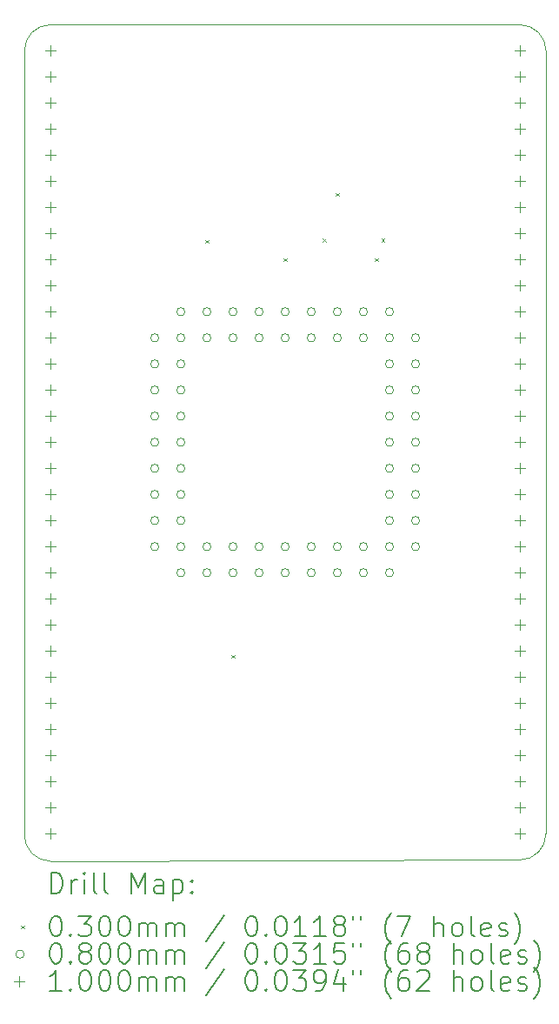
<source format=gbr>
%TF.GenerationSoftware,KiCad,Pcbnew,9.0.1*%
%TF.CreationDate,2025-04-04T22:39:04+02:00*%
%TF.ProjectId,80286,38303238-362e-46b6-9963-61645f706362,rev?*%
%TF.SameCoordinates,Original*%
%TF.FileFunction,Drillmap*%
%TF.FilePolarity,Positive*%
%FSLAX45Y45*%
G04 Gerber Fmt 4.5, Leading zero omitted, Abs format (unit mm)*
G04 Created by KiCad (PCBNEW 9.0.1) date 2025-04-04 22:39:04*
%MOMM*%
%LPD*%
G01*
G04 APERTURE LIST*
%ADD10C,0.050000*%
%ADD11C,0.200000*%
%ADD12C,0.100000*%
G04 APERTURE END LIST*
D10*
X5080000Y-12881700D02*
G75*
G02*
X4826000Y-12627700I0J254000D01*
G01*
X9906000Y-12616000D02*
X9906000Y-4996000D01*
X9652000Y-4742000D02*
G75*
G02*
X9906000Y-4996000I0J-254000D01*
G01*
X5080000Y-4742000D02*
X9652000Y-4742000D01*
X4826000Y-12627700D02*
X4826000Y-4996000D01*
X9906000Y-12616000D02*
G75*
G02*
X9652000Y-12870000I-254000J0D01*
G01*
X9652000Y-12869875D02*
X5080000Y-12881700D01*
X4826000Y-4996000D02*
G75*
G02*
X5080000Y-4742000I254000J0D01*
G01*
D11*
D12*
X6589000Y-6835200D02*
X6619000Y-6865200D01*
X6619000Y-6835200D02*
X6589000Y-6865200D01*
X6843000Y-10873800D02*
X6873000Y-10903800D01*
X6873000Y-10873800D02*
X6843000Y-10903800D01*
X7351000Y-7013000D02*
X7381000Y-7043000D01*
X7381000Y-7013000D02*
X7351000Y-7043000D01*
X7732000Y-6822500D02*
X7762000Y-6852500D01*
X7762000Y-6822500D02*
X7732000Y-6852500D01*
X7859000Y-6378000D02*
X7889000Y-6408000D01*
X7889000Y-6378000D02*
X7859000Y-6408000D01*
X8240000Y-7013000D02*
X8270000Y-7043000D01*
X8270000Y-7013000D02*
X8240000Y-7043000D01*
X8303500Y-6822500D02*
X8333500Y-6852500D01*
X8333500Y-6822500D02*
X8303500Y-6852500D01*
X6136000Y-7790000D02*
G75*
G02*
X6056000Y-7790000I-40000J0D01*
G01*
X6056000Y-7790000D02*
G75*
G02*
X6136000Y-7790000I40000J0D01*
G01*
X6136000Y-8044000D02*
G75*
G02*
X6056000Y-8044000I-40000J0D01*
G01*
X6056000Y-8044000D02*
G75*
G02*
X6136000Y-8044000I40000J0D01*
G01*
X6136000Y-8298000D02*
G75*
G02*
X6056000Y-8298000I-40000J0D01*
G01*
X6056000Y-8298000D02*
G75*
G02*
X6136000Y-8298000I40000J0D01*
G01*
X6136000Y-8552000D02*
G75*
G02*
X6056000Y-8552000I-40000J0D01*
G01*
X6056000Y-8552000D02*
G75*
G02*
X6136000Y-8552000I40000J0D01*
G01*
X6136000Y-8806000D02*
G75*
G02*
X6056000Y-8806000I-40000J0D01*
G01*
X6056000Y-8806000D02*
G75*
G02*
X6136000Y-8806000I40000J0D01*
G01*
X6136000Y-9060000D02*
G75*
G02*
X6056000Y-9060000I-40000J0D01*
G01*
X6056000Y-9060000D02*
G75*
G02*
X6136000Y-9060000I40000J0D01*
G01*
X6136000Y-9314000D02*
G75*
G02*
X6056000Y-9314000I-40000J0D01*
G01*
X6056000Y-9314000D02*
G75*
G02*
X6136000Y-9314000I40000J0D01*
G01*
X6136000Y-9568000D02*
G75*
G02*
X6056000Y-9568000I-40000J0D01*
G01*
X6056000Y-9568000D02*
G75*
G02*
X6136000Y-9568000I40000J0D01*
G01*
X6136000Y-9822000D02*
G75*
G02*
X6056000Y-9822000I-40000J0D01*
G01*
X6056000Y-9822000D02*
G75*
G02*
X6136000Y-9822000I40000J0D01*
G01*
X6390000Y-7536000D02*
G75*
G02*
X6310000Y-7536000I-40000J0D01*
G01*
X6310000Y-7536000D02*
G75*
G02*
X6390000Y-7536000I40000J0D01*
G01*
X6390000Y-7790000D02*
G75*
G02*
X6310000Y-7790000I-40000J0D01*
G01*
X6310000Y-7790000D02*
G75*
G02*
X6390000Y-7790000I40000J0D01*
G01*
X6390000Y-8044000D02*
G75*
G02*
X6310000Y-8044000I-40000J0D01*
G01*
X6310000Y-8044000D02*
G75*
G02*
X6390000Y-8044000I40000J0D01*
G01*
X6390000Y-8298000D02*
G75*
G02*
X6310000Y-8298000I-40000J0D01*
G01*
X6310000Y-8298000D02*
G75*
G02*
X6390000Y-8298000I40000J0D01*
G01*
X6390000Y-8552000D02*
G75*
G02*
X6310000Y-8552000I-40000J0D01*
G01*
X6310000Y-8552000D02*
G75*
G02*
X6390000Y-8552000I40000J0D01*
G01*
X6390000Y-8806000D02*
G75*
G02*
X6310000Y-8806000I-40000J0D01*
G01*
X6310000Y-8806000D02*
G75*
G02*
X6390000Y-8806000I40000J0D01*
G01*
X6390000Y-9060000D02*
G75*
G02*
X6310000Y-9060000I-40000J0D01*
G01*
X6310000Y-9060000D02*
G75*
G02*
X6390000Y-9060000I40000J0D01*
G01*
X6390000Y-9314000D02*
G75*
G02*
X6310000Y-9314000I-40000J0D01*
G01*
X6310000Y-9314000D02*
G75*
G02*
X6390000Y-9314000I40000J0D01*
G01*
X6390000Y-9568000D02*
G75*
G02*
X6310000Y-9568000I-40000J0D01*
G01*
X6310000Y-9568000D02*
G75*
G02*
X6390000Y-9568000I40000J0D01*
G01*
X6390000Y-9822000D02*
G75*
G02*
X6310000Y-9822000I-40000J0D01*
G01*
X6310000Y-9822000D02*
G75*
G02*
X6390000Y-9822000I40000J0D01*
G01*
X6390000Y-10076000D02*
G75*
G02*
X6310000Y-10076000I-40000J0D01*
G01*
X6310000Y-10076000D02*
G75*
G02*
X6390000Y-10076000I40000J0D01*
G01*
X6644000Y-7536000D02*
G75*
G02*
X6564000Y-7536000I-40000J0D01*
G01*
X6564000Y-7536000D02*
G75*
G02*
X6644000Y-7536000I40000J0D01*
G01*
X6644000Y-7790000D02*
G75*
G02*
X6564000Y-7790000I-40000J0D01*
G01*
X6564000Y-7790000D02*
G75*
G02*
X6644000Y-7790000I40000J0D01*
G01*
X6644000Y-9822000D02*
G75*
G02*
X6564000Y-9822000I-40000J0D01*
G01*
X6564000Y-9822000D02*
G75*
G02*
X6644000Y-9822000I40000J0D01*
G01*
X6644000Y-10076000D02*
G75*
G02*
X6564000Y-10076000I-40000J0D01*
G01*
X6564000Y-10076000D02*
G75*
G02*
X6644000Y-10076000I40000J0D01*
G01*
X6898000Y-7536000D02*
G75*
G02*
X6818000Y-7536000I-40000J0D01*
G01*
X6818000Y-7536000D02*
G75*
G02*
X6898000Y-7536000I40000J0D01*
G01*
X6898000Y-7790000D02*
G75*
G02*
X6818000Y-7790000I-40000J0D01*
G01*
X6818000Y-7790000D02*
G75*
G02*
X6898000Y-7790000I40000J0D01*
G01*
X6898000Y-9822000D02*
G75*
G02*
X6818000Y-9822000I-40000J0D01*
G01*
X6818000Y-9822000D02*
G75*
G02*
X6898000Y-9822000I40000J0D01*
G01*
X6898000Y-10076000D02*
G75*
G02*
X6818000Y-10076000I-40000J0D01*
G01*
X6818000Y-10076000D02*
G75*
G02*
X6898000Y-10076000I40000J0D01*
G01*
X7152000Y-7536000D02*
G75*
G02*
X7072000Y-7536000I-40000J0D01*
G01*
X7072000Y-7536000D02*
G75*
G02*
X7152000Y-7536000I40000J0D01*
G01*
X7152000Y-7790000D02*
G75*
G02*
X7072000Y-7790000I-40000J0D01*
G01*
X7072000Y-7790000D02*
G75*
G02*
X7152000Y-7790000I40000J0D01*
G01*
X7152000Y-9822000D02*
G75*
G02*
X7072000Y-9822000I-40000J0D01*
G01*
X7072000Y-9822000D02*
G75*
G02*
X7152000Y-9822000I40000J0D01*
G01*
X7152000Y-10076000D02*
G75*
G02*
X7072000Y-10076000I-40000J0D01*
G01*
X7072000Y-10076000D02*
G75*
G02*
X7152000Y-10076000I40000J0D01*
G01*
X7406000Y-7536000D02*
G75*
G02*
X7326000Y-7536000I-40000J0D01*
G01*
X7326000Y-7536000D02*
G75*
G02*
X7406000Y-7536000I40000J0D01*
G01*
X7406000Y-7790000D02*
G75*
G02*
X7326000Y-7790000I-40000J0D01*
G01*
X7326000Y-7790000D02*
G75*
G02*
X7406000Y-7790000I40000J0D01*
G01*
X7406000Y-9822000D02*
G75*
G02*
X7326000Y-9822000I-40000J0D01*
G01*
X7326000Y-9822000D02*
G75*
G02*
X7406000Y-9822000I40000J0D01*
G01*
X7406000Y-10076000D02*
G75*
G02*
X7326000Y-10076000I-40000J0D01*
G01*
X7326000Y-10076000D02*
G75*
G02*
X7406000Y-10076000I40000J0D01*
G01*
X7660000Y-7536000D02*
G75*
G02*
X7580000Y-7536000I-40000J0D01*
G01*
X7580000Y-7536000D02*
G75*
G02*
X7660000Y-7536000I40000J0D01*
G01*
X7660000Y-7790000D02*
G75*
G02*
X7580000Y-7790000I-40000J0D01*
G01*
X7580000Y-7790000D02*
G75*
G02*
X7660000Y-7790000I40000J0D01*
G01*
X7660000Y-9822000D02*
G75*
G02*
X7580000Y-9822000I-40000J0D01*
G01*
X7580000Y-9822000D02*
G75*
G02*
X7660000Y-9822000I40000J0D01*
G01*
X7660000Y-10076000D02*
G75*
G02*
X7580000Y-10076000I-40000J0D01*
G01*
X7580000Y-10076000D02*
G75*
G02*
X7660000Y-10076000I40000J0D01*
G01*
X7914000Y-7536000D02*
G75*
G02*
X7834000Y-7536000I-40000J0D01*
G01*
X7834000Y-7536000D02*
G75*
G02*
X7914000Y-7536000I40000J0D01*
G01*
X7914000Y-7790000D02*
G75*
G02*
X7834000Y-7790000I-40000J0D01*
G01*
X7834000Y-7790000D02*
G75*
G02*
X7914000Y-7790000I40000J0D01*
G01*
X7914000Y-9822000D02*
G75*
G02*
X7834000Y-9822000I-40000J0D01*
G01*
X7834000Y-9822000D02*
G75*
G02*
X7914000Y-9822000I40000J0D01*
G01*
X7914000Y-10076000D02*
G75*
G02*
X7834000Y-10076000I-40000J0D01*
G01*
X7834000Y-10076000D02*
G75*
G02*
X7914000Y-10076000I40000J0D01*
G01*
X8168000Y-7536000D02*
G75*
G02*
X8088000Y-7536000I-40000J0D01*
G01*
X8088000Y-7536000D02*
G75*
G02*
X8168000Y-7536000I40000J0D01*
G01*
X8168000Y-7790000D02*
G75*
G02*
X8088000Y-7790000I-40000J0D01*
G01*
X8088000Y-7790000D02*
G75*
G02*
X8168000Y-7790000I40000J0D01*
G01*
X8168000Y-9822000D02*
G75*
G02*
X8088000Y-9822000I-40000J0D01*
G01*
X8088000Y-9822000D02*
G75*
G02*
X8168000Y-9822000I40000J0D01*
G01*
X8168000Y-10076000D02*
G75*
G02*
X8088000Y-10076000I-40000J0D01*
G01*
X8088000Y-10076000D02*
G75*
G02*
X8168000Y-10076000I40000J0D01*
G01*
X8422000Y-7536000D02*
G75*
G02*
X8342000Y-7536000I-40000J0D01*
G01*
X8342000Y-7536000D02*
G75*
G02*
X8422000Y-7536000I40000J0D01*
G01*
X8422000Y-7790000D02*
G75*
G02*
X8342000Y-7790000I-40000J0D01*
G01*
X8342000Y-7790000D02*
G75*
G02*
X8422000Y-7790000I40000J0D01*
G01*
X8422000Y-8044000D02*
G75*
G02*
X8342000Y-8044000I-40000J0D01*
G01*
X8342000Y-8044000D02*
G75*
G02*
X8422000Y-8044000I40000J0D01*
G01*
X8422000Y-8298000D02*
G75*
G02*
X8342000Y-8298000I-40000J0D01*
G01*
X8342000Y-8298000D02*
G75*
G02*
X8422000Y-8298000I40000J0D01*
G01*
X8422000Y-8552000D02*
G75*
G02*
X8342000Y-8552000I-40000J0D01*
G01*
X8342000Y-8552000D02*
G75*
G02*
X8422000Y-8552000I40000J0D01*
G01*
X8422000Y-8806000D02*
G75*
G02*
X8342000Y-8806000I-40000J0D01*
G01*
X8342000Y-8806000D02*
G75*
G02*
X8422000Y-8806000I40000J0D01*
G01*
X8422000Y-9060000D02*
G75*
G02*
X8342000Y-9060000I-40000J0D01*
G01*
X8342000Y-9060000D02*
G75*
G02*
X8422000Y-9060000I40000J0D01*
G01*
X8422000Y-9314000D02*
G75*
G02*
X8342000Y-9314000I-40000J0D01*
G01*
X8342000Y-9314000D02*
G75*
G02*
X8422000Y-9314000I40000J0D01*
G01*
X8422000Y-9568000D02*
G75*
G02*
X8342000Y-9568000I-40000J0D01*
G01*
X8342000Y-9568000D02*
G75*
G02*
X8422000Y-9568000I40000J0D01*
G01*
X8422000Y-9822000D02*
G75*
G02*
X8342000Y-9822000I-40000J0D01*
G01*
X8342000Y-9822000D02*
G75*
G02*
X8422000Y-9822000I40000J0D01*
G01*
X8422000Y-10076000D02*
G75*
G02*
X8342000Y-10076000I-40000J0D01*
G01*
X8342000Y-10076000D02*
G75*
G02*
X8422000Y-10076000I40000J0D01*
G01*
X8676000Y-7790000D02*
G75*
G02*
X8596000Y-7790000I-40000J0D01*
G01*
X8596000Y-7790000D02*
G75*
G02*
X8676000Y-7790000I40000J0D01*
G01*
X8676000Y-8044000D02*
G75*
G02*
X8596000Y-8044000I-40000J0D01*
G01*
X8596000Y-8044000D02*
G75*
G02*
X8676000Y-8044000I40000J0D01*
G01*
X8676000Y-8298000D02*
G75*
G02*
X8596000Y-8298000I-40000J0D01*
G01*
X8596000Y-8298000D02*
G75*
G02*
X8676000Y-8298000I40000J0D01*
G01*
X8676000Y-8552000D02*
G75*
G02*
X8596000Y-8552000I-40000J0D01*
G01*
X8596000Y-8552000D02*
G75*
G02*
X8676000Y-8552000I40000J0D01*
G01*
X8676000Y-8806000D02*
G75*
G02*
X8596000Y-8806000I-40000J0D01*
G01*
X8596000Y-8806000D02*
G75*
G02*
X8676000Y-8806000I40000J0D01*
G01*
X8676000Y-9060000D02*
G75*
G02*
X8596000Y-9060000I-40000J0D01*
G01*
X8596000Y-9060000D02*
G75*
G02*
X8676000Y-9060000I40000J0D01*
G01*
X8676000Y-9314000D02*
G75*
G02*
X8596000Y-9314000I-40000J0D01*
G01*
X8596000Y-9314000D02*
G75*
G02*
X8676000Y-9314000I40000J0D01*
G01*
X8676000Y-9568000D02*
G75*
G02*
X8596000Y-9568000I-40000J0D01*
G01*
X8596000Y-9568000D02*
G75*
G02*
X8676000Y-9568000I40000J0D01*
G01*
X8676000Y-9822000D02*
G75*
G02*
X8596000Y-9822000I-40000J0D01*
G01*
X8596000Y-9822000D02*
G75*
G02*
X8676000Y-9822000I40000J0D01*
G01*
X5080000Y-4945000D02*
X5080000Y-5045000D01*
X5030000Y-4995000D02*
X5130000Y-4995000D01*
X5080000Y-5199000D02*
X5080000Y-5299000D01*
X5030000Y-5249000D02*
X5130000Y-5249000D01*
X5080000Y-5453000D02*
X5080000Y-5553000D01*
X5030000Y-5503000D02*
X5130000Y-5503000D01*
X5080000Y-5707000D02*
X5080000Y-5807000D01*
X5030000Y-5757000D02*
X5130000Y-5757000D01*
X5080000Y-5961000D02*
X5080000Y-6061000D01*
X5030000Y-6011000D02*
X5130000Y-6011000D01*
X5080000Y-6215000D02*
X5080000Y-6315000D01*
X5030000Y-6265000D02*
X5130000Y-6265000D01*
X5080000Y-6469000D02*
X5080000Y-6569000D01*
X5030000Y-6519000D02*
X5130000Y-6519000D01*
X5080000Y-6723000D02*
X5080000Y-6823000D01*
X5030000Y-6773000D02*
X5130000Y-6773000D01*
X5080000Y-6977000D02*
X5080000Y-7077000D01*
X5030000Y-7027000D02*
X5130000Y-7027000D01*
X5080000Y-7231000D02*
X5080000Y-7331000D01*
X5030000Y-7281000D02*
X5130000Y-7281000D01*
X5080000Y-7485000D02*
X5080000Y-7585000D01*
X5030000Y-7535000D02*
X5130000Y-7535000D01*
X5080000Y-7739000D02*
X5080000Y-7839000D01*
X5030000Y-7789000D02*
X5130000Y-7789000D01*
X5080000Y-7993000D02*
X5080000Y-8093000D01*
X5030000Y-8043000D02*
X5130000Y-8043000D01*
X5080000Y-8247000D02*
X5080000Y-8347000D01*
X5030000Y-8297000D02*
X5130000Y-8297000D01*
X5080000Y-8501000D02*
X5080000Y-8601000D01*
X5030000Y-8551000D02*
X5130000Y-8551000D01*
X5080000Y-8755000D02*
X5080000Y-8855000D01*
X5030000Y-8805000D02*
X5130000Y-8805000D01*
X5080000Y-9009000D02*
X5080000Y-9109000D01*
X5030000Y-9059000D02*
X5130000Y-9059000D01*
X5080000Y-9263000D02*
X5080000Y-9363000D01*
X5030000Y-9313000D02*
X5130000Y-9313000D01*
X5080000Y-9517000D02*
X5080000Y-9617000D01*
X5030000Y-9567000D02*
X5130000Y-9567000D01*
X5080000Y-9771000D02*
X5080000Y-9871000D01*
X5030000Y-9821000D02*
X5130000Y-9821000D01*
X5080000Y-10025000D02*
X5080000Y-10125000D01*
X5030000Y-10075000D02*
X5130000Y-10075000D01*
X5080000Y-10279000D02*
X5080000Y-10379000D01*
X5030000Y-10329000D02*
X5130000Y-10329000D01*
X5080000Y-10533000D02*
X5080000Y-10633000D01*
X5030000Y-10583000D02*
X5130000Y-10583000D01*
X5080000Y-10787000D02*
X5080000Y-10887000D01*
X5030000Y-10837000D02*
X5130000Y-10837000D01*
X5080000Y-11041000D02*
X5080000Y-11141000D01*
X5030000Y-11091000D02*
X5130000Y-11091000D01*
X5080000Y-11295000D02*
X5080000Y-11395000D01*
X5030000Y-11345000D02*
X5130000Y-11345000D01*
X5080000Y-11549000D02*
X5080000Y-11649000D01*
X5030000Y-11599000D02*
X5130000Y-11599000D01*
X5080000Y-11803000D02*
X5080000Y-11903000D01*
X5030000Y-11853000D02*
X5130000Y-11853000D01*
X5080000Y-12057000D02*
X5080000Y-12157000D01*
X5030000Y-12107000D02*
X5130000Y-12107000D01*
X5080000Y-12311000D02*
X5080000Y-12411000D01*
X5030000Y-12361000D02*
X5130000Y-12361000D01*
X5080000Y-12565000D02*
X5080000Y-12665000D01*
X5030000Y-12615000D02*
X5130000Y-12615000D01*
X9652000Y-4946000D02*
X9652000Y-5046000D01*
X9602000Y-4996000D02*
X9702000Y-4996000D01*
X9652000Y-5200000D02*
X9652000Y-5300000D01*
X9602000Y-5250000D02*
X9702000Y-5250000D01*
X9652000Y-5454000D02*
X9652000Y-5554000D01*
X9602000Y-5504000D02*
X9702000Y-5504000D01*
X9652000Y-5708000D02*
X9652000Y-5808000D01*
X9602000Y-5758000D02*
X9702000Y-5758000D01*
X9652000Y-5962000D02*
X9652000Y-6062000D01*
X9602000Y-6012000D02*
X9702000Y-6012000D01*
X9652000Y-6216000D02*
X9652000Y-6316000D01*
X9602000Y-6266000D02*
X9702000Y-6266000D01*
X9652000Y-6470000D02*
X9652000Y-6570000D01*
X9602000Y-6520000D02*
X9702000Y-6520000D01*
X9652000Y-6724000D02*
X9652000Y-6824000D01*
X9602000Y-6774000D02*
X9702000Y-6774000D01*
X9652000Y-6978000D02*
X9652000Y-7078000D01*
X9602000Y-7028000D02*
X9702000Y-7028000D01*
X9652000Y-7232000D02*
X9652000Y-7332000D01*
X9602000Y-7282000D02*
X9702000Y-7282000D01*
X9652000Y-7486000D02*
X9652000Y-7586000D01*
X9602000Y-7536000D02*
X9702000Y-7536000D01*
X9652000Y-7740000D02*
X9652000Y-7840000D01*
X9602000Y-7790000D02*
X9702000Y-7790000D01*
X9652000Y-7994000D02*
X9652000Y-8094000D01*
X9602000Y-8044000D02*
X9702000Y-8044000D01*
X9652000Y-8248000D02*
X9652000Y-8348000D01*
X9602000Y-8298000D02*
X9702000Y-8298000D01*
X9652000Y-8502000D02*
X9652000Y-8602000D01*
X9602000Y-8552000D02*
X9702000Y-8552000D01*
X9652000Y-8756000D02*
X9652000Y-8856000D01*
X9602000Y-8806000D02*
X9702000Y-8806000D01*
X9652000Y-9010000D02*
X9652000Y-9110000D01*
X9602000Y-9060000D02*
X9702000Y-9060000D01*
X9652000Y-9264000D02*
X9652000Y-9364000D01*
X9602000Y-9314000D02*
X9702000Y-9314000D01*
X9652000Y-9518000D02*
X9652000Y-9618000D01*
X9602000Y-9568000D02*
X9702000Y-9568000D01*
X9652000Y-9772000D02*
X9652000Y-9872000D01*
X9602000Y-9822000D02*
X9702000Y-9822000D01*
X9652000Y-10026000D02*
X9652000Y-10126000D01*
X9602000Y-10076000D02*
X9702000Y-10076000D01*
X9652000Y-10280000D02*
X9652000Y-10380000D01*
X9602000Y-10330000D02*
X9702000Y-10330000D01*
X9652000Y-10534000D02*
X9652000Y-10634000D01*
X9602000Y-10584000D02*
X9702000Y-10584000D01*
X9652000Y-10788000D02*
X9652000Y-10888000D01*
X9602000Y-10838000D02*
X9702000Y-10838000D01*
X9652000Y-11042000D02*
X9652000Y-11142000D01*
X9602000Y-11092000D02*
X9702000Y-11092000D01*
X9652000Y-11296000D02*
X9652000Y-11396000D01*
X9602000Y-11346000D02*
X9702000Y-11346000D01*
X9652000Y-11550000D02*
X9652000Y-11650000D01*
X9602000Y-11600000D02*
X9702000Y-11600000D01*
X9652000Y-11804000D02*
X9652000Y-11904000D01*
X9602000Y-11854000D02*
X9702000Y-11854000D01*
X9652000Y-12058000D02*
X9652000Y-12158000D01*
X9602000Y-12108000D02*
X9702000Y-12108000D01*
X9652000Y-12312000D02*
X9652000Y-12412000D01*
X9602000Y-12362000D02*
X9702000Y-12362000D01*
X9652000Y-12566000D02*
X9652000Y-12666000D01*
X9602000Y-12616000D02*
X9702000Y-12616000D01*
D11*
X5084277Y-13195684D02*
X5084277Y-12995684D01*
X5084277Y-12995684D02*
X5131896Y-12995684D01*
X5131896Y-12995684D02*
X5160467Y-13005208D01*
X5160467Y-13005208D02*
X5179515Y-13024255D01*
X5179515Y-13024255D02*
X5189039Y-13043303D01*
X5189039Y-13043303D02*
X5198563Y-13081398D01*
X5198563Y-13081398D02*
X5198563Y-13109969D01*
X5198563Y-13109969D02*
X5189039Y-13148065D01*
X5189039Y-13148065D02*
X5179515Y-13167112D01*
X5179515Y-13167112D02*
X5160467Y-13186160D01*
X5160467Y-13186160D02*
X5131896Y-13195684D01*
X5131896Y-13195684D02*
X5084277Y-13195684D01*
X5284277Y-13195684D02*
X5284277Y-13062350D01*
X5284277Y-13100446D02*
X5293801Y-13081398D01*
X5293801Y-13081398D02*
X5303324Y-13071874D01*
X5303324Y-13071874D02*
X5322372Y-13062350D01*
X5322372Y-13062350D02*
X5341420Y-13062350D01*
X5408086Y-13195684D02*
X5408086Y-13062350D01*
X5408086Y-12995684D02*
X5398563Y-13005208D01*
X5398563Y-13005208D02*
X5408086Y-13014731D01*
X5408086Y-13014731D02*
X5417610Y-13005208D01*
X5417610Y-13005208D02*
X5408086Y-12995684D01*
X5408086Y-12995684D02*
X5408086Y-13014731D01*
X5531896Y-13195684D02*
X5512848Y-13186160D01*
X5512848Y-13186160D02*
X5503324Y-13167112D01*
X5503324Y-13167112D02*
X5503324Y-12995684D01*
X5636658Y-13195684D02*
X5617610Y-13186160D01*
X5617610Y-13186160D02*
X5608086Y-13167112D01*
X5608086Y-13167112D02*
X5608086Y-12995684D01*
X5865229Y-13195684D02*
X5865229Y-12995684D01*
X5865229Y-12995684D02*
X5931896Y-13138541D01*
X5931896Y-13138541D02*
X5998562Y-12995684D01*
X5998562Y-12995684D02*
X5998562Y-13195684D01*
X6179515Y-13195684D02*
X6179515Y-13090922D01*
X6179515Y-13090922D02*
X6169991Y-13071874D01*
X6169991Y-13071874D02*
X6150943Y-13062350D01*
X6150943Y-13062350D02*
X6112848Y-13062350D01*
X6112848Y-13062350D02*
X6093801Y-13071874D01*
X6179515Y-13186160D02*
X6160467Y-13195684D01*
X6160467Y-13195684D02*
X6112848Y-13195684D01*
X6112848Y-13195684D02*
X6093801Y-13186160D01*
X6093801Y-13186160D02*
X6084277Y-13167112D01*
X6084277Y-13167112D02*
X6084277Y-13148065D01*
X6084277Y-13148065D02*
X6093801Y-13129017D01*
X6093801Y-13129017D02*
X6112848Y-13119493D01*
X6112848Y-13119493D02*
X6160467Y-13119493D01*
X6160467Y-13119493D02*
X6179515Y-13109969D01*
X6274753Y-13062350D02*
X6274753Y-13262350D01*
X6274753Y-13071874D02*
X6293801Y-13062350D01*
X6293801Y-13062350D02*
X6331896Y-13062350D01*
X6331896Y-13062350D02*
X6350943Y-13071874D01*
X6350943Y-13071874D02*
X6360467Y-13081398D01*
X6360467Y-13081398D02*
X6369991Y-13100446D01*
X6369991Y-13100446D02*
X6369991Y-13157588D01*
X6369991Y-13157588D02*
X6360467Y-13176636D01*
X6360467Y-13176636D02*
X6350943Y-13186160D01*
X6350943Y-13186160D02*
X6331896Y-13195684D01*
X6331896Y-13195684D02*
X6293801Y-13195684D01*
X6293801Y-13195684D02*
X6274753Y-13186160D01*
X6455705Y-13176636D02*
X6465229Y-13186160D01*
X6465229Y-13186160D02*
X6455705Y-13195684D01*
X6455705Y-13195684D02*
X6446182Y-13186160D01*
X6446182Y-13186160D02*
X6455705Y-13176636D01*
X6455705Y-13176636D02*
X6455705Y-13195684D01*
X6455705Y-13071874D02*
X6465229Y-13081398D01*
X6465229Y-13081398D02*
X6455705Y-13090922D01*
X6455705Y-13090922D02*
X6446182Y-13081398D01*
X6446182Y-13081398D02*
X6455705Y-13071874D01*
X6455705Y-13071874D02*
X6455705Y-13090922D01*
D12*
X4793500Y-13509200D02*
X4823500Y-13539200D01*
X4823500Y-13509200D02*
X4793500Y-13539200D01*
D11*
X5122372Y-13415684D02*
X5141420Y-13415684D01*
X5141420Y-13415684D02*
X5160467Y-13425208D01*
X5160467Y-13425208D02*
X5169991Y-13434731D01*
X5169991Y-13434731D02*
X5179515Y-13453779D01*
X5179515Y-13453779D02*
X5189039Y-13491874D01*
X5189039Y-13491874D02*
X5189039Y-13539493D01*
X5189039Y-13539493D02*
X5179515Y-13577588D01*
X5179515Y-13577588D02*
X5169991Y-13596636D01*
X5169991Y-13596636D02*
X5160467Y-13606160D01*
X5160467Y-13606160D02*
X5141420Y-13615684D01*
X5141420Y-13615684D02*
X5122372Y-13615684D01*
X5122372Y-13615684D02*
X5103324Y-13606160D01*
X5103324Y-13606160D02*
X5093801Y-13596636D01*
X5093801Y-13596636D02*
X5084277Y-13577588D01*
X5084277Y-13577588D02*
X5074753Y-13539493D01*
X5074753Y-13539493D02*
X5074753Y-13491874D01*
X5074753Y-13491874D02*
X5084277Y-13453779D01*
X5084277Y-13453779D02*
X5093801Y-13434731D01*
X5093801Y-13434731D02*
X5103324Y-13425208D01*
X5103324Y-13425208D02*
X5122372Y-13415684D01*
X5274753Y-13596636D02*
X5284277Y-13606160D01*
X5284277Y-13606160D02*
X5274753Y-13615684D01*
X5274753Y-13615684D02*
X5265229Y-13606160D01*
X5265229Y-13606160D02*
X5274753Y-13596636D01*
X5274753Y-13596636D02*
X5274753Y-13615684D01*
X5350944Y-13415684D02*
X5474753Y-13415684D01*
X5474753Y-13415684D02*
X5408086Y-13491874D01*
X5408086Y-13491874D02*
X5436658Y-13491874D01*
X5436658Y-13491874D02*
X5455705Y-13501398D01*
X5455705Y-13501398D02*
X5465229Y-13510922D01*
X5465229Y-13510922D02*
X5474753Y-13529969D01*
X5474753Y-13529969D02*
X5474753Y-13577588D01*
X5474753Y-13577588D02*
X5465229Y-13596636D01*
X5465229Y-13596636D02*
X5455705Y-13606160D01*
X5455705Y-13606160D02*
X5436658Y-13615684D01*
X5436658Y-13615684D02*
X5379515Y-13615684D01*
X5379515Y-13615684D02*
X5360467Y-13606160D01*
X5360467Y-13606160D02*
X5350944Y-13596636D01*
X5598562Y-13415684D02*
X5617610Y-13415684D01*
X5617610Y-13415684D02*
X5636658Y-13425208D01*
X5636658Y-13425208D02*
X5646182Y-13434731D01*
X5646182Y-13434731D02*
X5655705Y-13453779D01*
X5655705Y-13453779D02*
X5665229Y-13491874D01*
X5665229Y-13491874D02*
X5665229Y-13539493D01*
X5665229Y-13539493D02*
X5655705Y-13577588D01*
X5655705Y-13577588D02*
X5646182Y-13596636D01*
X5646182Y-13596636D02*
X5636658Y-13606160D01*
X5636658Y-13606160D02*
X5617610Y-13615684D01*
X5617610Y-13615684D02*
X5598562Y-13615684D01*
X5598562Y-13615684D02*
X5579515Y-13606160D01*
X5579515Y-13606160D02*
X5569991Y-13596636D01*
X5569991Y-13596636D02*
X5560467Y-13577588D01*
X5560467Y-13577588D02*
X5550944Y-13539493D01*
X5550944Y-13539493D02*
X5550944Y-13491874D01*
X5550944Y-13491874D02*
X5560467Y-13453779D01*
X5560467Y-13453779D02*
X5569991Y-13434731D01*
X5569991Y-13434731D02*
X5579515Y-13425208D01*
X5579515Y-13425208D02*
X5598562Y-13415684D01*
X5789039Y-13415684D02*
X5808086Y-13415684D01*
X5808086Y-13415684D02*
X5827134Y-13425208D01*
X5827134Y-13425208D02*
X5836658Y-13434731D01*
X5836658Y-13434731D02*
X5846182Y-13453779D01*
X5846182Y-13453779D02*
X5855705Y-13491874D01*
X5855705Y-13491874D02*
X5855705Y-13539493D01*
X5855705Y-13539493D02*
X5846182Y-13577588D01*
X5846182Y-13577588D02*
X5836658Y-13596636D01*
X5836658Y-13596636D02*
X5827134Y-13606160D01*
X5827134Y-13606160D02*
X5808086Y-13615684D01*
X5808086Y-13615684D02*
X5789039Y-13615684D01*
X5789039Y-13615684D02*
X5769991Y-13606160D01*
X5769991Y-13606160D02*
X5760467Y-13596636D01*
X5760467Y-13596636D02*
X5750943Y-13577588D01*
X5750943Y-13577588D02*
X5741420Y-13539493D01*
X5741420Y-13539493D02*
X5741420Y-13491874D01*
X5741420Y-13491874D02*
X5750943Y-13453779D01*
X5750943Y-13453779D02*
X5760467Y-13434731D01*
X5760467Y-13434731D02*
X5769991Y-13425208D01*
X5769991Y-13425208D02*
X5789039Y-13415684D01*
X5941420Y-13615684D02*
X5941420Y-13482350D01*
X5941420Y-13501398D02*
X5950943Y-13491874D01*
X5950943Y-13491874D02*
X5969991Y-13482350D01*
X5969991Y-13482350D02*
X5998563Y-13482350D01*
X5998563Y-13482350D02*
X6017610Y-13491874D01*
X6017610Y-13491874D02*
X6027134Y-13510922D01*
X6027134Y-13510922D02*
X6027134Y-13615684D01*
X6027134Y-13510922D02*
X6036658Y-13491874D01*
X6036658Y-13491874D02*
X6055705Y-13482350D01*
X6055705Y-13482350D02*
X6084277Y-13482350D01*
X6084277Y-13482350D02*
X6103324Y-13491874D01*
X6103324Y-13491874D02*
X6112848Y-13510922D01*
X6112848Y-13510922D02*
X6112848Y-13615684D01*
X6208086Y-13615684D02*
X6208086Y-13482350D01*
X6208086Y-13501398D02*
X6217610Y-13491874D01*
X6217610Y-13491874D02*
X6236658Y-13482350D01*
X6236658Y-13482350D02*
X6265229Y-13482350D01*
X6265229Y-13482350D02*
X6284277Y-13491874D01*
X6284277Y-13491874D02*
X6293801Y-13510922D01*
X6293801Y-13510922D02*
X6293801Y-13615684D01*
X6293801Y-13510922D02*
X6303324Y-13491874D01*
X6303324Y-13491874D02*
X6322372Y-13482350D01*
X6322372Y-13482350D02*
X6350943Y-13482350D01*
X6350943Y-13482350D02*
X6369991Y-13491874D01*
X6369991Y-13491874D02*
X6379515Y-13510922D01*
X6379515Y-13510922D02*
X6379515Y-13615684D01*
X6769991Y-13406160D02*
X6598563Y-13663303D01*
X7027134Y-13415684D02*
X7046182Y-13415684D01*
X7046182Y-13415684D02*
X7065229Y-13425208D01*
X7065229Y-13425208D02*
X7074753Y-13434731D01*
X7074753Y-13434731D02*
X7084277Y-13453779D01*
X7084277Y-13453779D02*
X7093801Y-13491874D01*
X7093801Y-13491874D02*
X7093801Y-13539493D01*
X7093801Y-13539493D02*
X7084277Y-13577588D01*
X7084277Y-13577588D02*
X7074753Y-13596636D01*
X7074753Y-13596636D02*
X7065229Y-13606160D01*
X7065229Y-13606160D02*
X7046182Y-13615684D01*
X7046182Y-13615684D02*
X7027134Y-13615684D01*
X7027134Y-13615684D02*
X7008086Y-13606160D01*
X7008086Y-13606160D02*
X6998563Y-13596636D01*
X6998563Y-13596636D02*
X6989039Y-13577588D01*
X6989039Y-13577588D02*
X6979515Y-13539493D01*
X6979515Y-13539493D02*
X6979515Y-13491874D01*
X6979515Y-13491874D02*
X6989039Y-13453779D01*
X6989039Y-13453779D02*
X6998563Y-13434731D01*
X6998563Y-13434731D02*
X7008086Y-13425208D01*
X7008086Y-13425208D02*
X7027134Y-13415684D01*
X7179515Y-13596636D02*
X7189039Y-13606160D01*
X7189039Y-13606160D02*
X7179515Y-13615684D01*
X7179515Y-13615684D02*
X7169991Y-13606160D01*
X7169991Y-13606160D02*
X7179515Y-13596636D01*
X7179515Y-13596636D02*
X7179515Y-13615684D01*
X7312848Y-13415684D02*
X7331896Y-13415684D01*
X7331896Y-13415684D02*
X7350944Y-13425208D01*
X7350944Y-13425208D02*
X7360467Y-13434731D01*
X7360467Y-13434731D02*
X7369991Y-13453779D01*
X7369991Y-13453779D02*
X7379515Y-13491874D01*
X7379515Y-13491874D02*
X7379515Y-13539493D01*
X7379515Y-13539493D02*
X7369991Y-13577588D01*
X7369991Y-13577588D02*
X7360467Y-13596636D01*
X7360467Y-13596636D02*
X7350944Y-13606160D01*
X7350944Y-13606160D02*
X7331896Y-13615684D01*
X7331896Y-13615684D02*
X7312848Y-13615684D01*
X7312848Y-13615684D02*
X7293801Y-13606160D01*
X7293801Y-13606160D02*
X7284277Y-13596636D01*
X7284277Y-13596636D02*
X7274753Y-13577588D01*
X7274753Y-13577588D02*
X7265229Y-13539493D01*
X7265229Y-13539493D02*
X7265229Y-13491874D01*
X7265229Y-13491874D02*
X7274753Y-13453779D01*
X7274753Y-13453779D02*
X7284277Y-13434731D01*
X7284277Y-13434731D02*
X7293801Y-13425208D01*
X7293801Y-13425208D02*
X7312848Y-13415684D01*
X7569991Y-13615684D02*
X7455706Y-13615684D01*
X7512848Y-13615684D02*
X7512848Y-13415684D01*
X7512848Y-13415684D02*
X7493801Y-13444255D01*
X7493801Y-13444255D02*
X7474753Y-13463303D01*
X7474753Y-13463303D02*
X7455706Y-13472827D01*
X7760467Y-13615684D02*
X7646182Y-13615684D01*
X7703325Y-13615684D02*
X7703325Y-13415684D01*
X7703325Y-13415684D02*
X7684277Y-13444255D01*
X7684277Y-13444255D02*
X7665229Y-13463303D01*
X7665229Y-13463303D02*
X7646182Y-13472827D01*
X7874753Y-13501398D02*
X7855706Y-13491874D01*
X7855706Y-13491874D02*
X7846182Y-13482350D01*
X7846182Y-13482350D02*
X7836658Y-13463303D01*
X7836658Y-13463303D02*
X7836658Y-13453779D01*
X7836658Y-13453779D02*
X7846182Y-13434731D01*
X7846182Y-13434731D02*
X7855706Y-13425208D01*
X7855706Y-13425208D02*
X7874753Y-13415684D01*
X7874753Y-13415684D02*
X7912848Y-13415684D01*
X7912848Y-13415684D02*
X7931896Y-13425208D01*
X7931896Y-13425208D02*
X7941420Y-13434731D01*
X7941420Y-13434731D02*
X7950944Y-13453779D01*
X7950944Y-13453779D02*
X7950944Y-13463303D01*
X7950944Y-13463303D02*
X7941420Y-13482350D01*
X7941420Y-13482350D02*
X7931896Y-13491874D01*
X7931896Y-13491874D02*
X7912848Y-13501398D01*
X7912848Y-13501398D02*
X7874753Y-13501398D01*
X7874753Y-13501398D02*
X7855706Y-13510922D01*
X7855706Y-13510922D02*
X7846182Y-13520446D01*
X7846182Y-13520446D02*
X7836658Y-13539493D01*
X7836658Y-13539493D02*
X7836658Y-13577588D01*
X7836658Y-13577588D02*
X7846182Y-13596636D01*
X7846182Y-13596636D02*
X7855706Y-13606160D01*
X7855706Y-13606160D02*
X7874753Y-13615684D01*
X7874753Y-13615684D02*
X7912848Y-13615684D01*
X7912848Y-13615684D02*
X7931896Y-13606160D01*
X7931896Y-13606160D02*
X7941420Y-13596636D01*
X7941420Y-13596636D02*
X7950944Y-13577588D01*
X7950944Y-13577588D02*
X7950944Y-13539493D01*
X7950944Y-13539493D02*
X7941420Y-13520446D01*
X7941420Y-13520446D02*
X7931896Y-13510922D01*
X7931896Y-13510922D02*
X7912848Y-13501398D01*
X8027134Y-13415684D02*
X8027134Y-13453779D01*
X8103325Y-13415684D02*
X8103325Y-13453779D01*
X8398563Y-13691874D02*
X8389039Y-13682350D01*
X8389039Y-13682350D02*
X8369991Y-13653779D01*
X8369991Y-13653779D02*
X8360468Y-13634731D01*
X8360468Y-13634731D02*
X8350944Y-13606160D01*
X8350944Y-13606160D02*
X8341420Y-13558541D01*
X8341420Y-13558541D02*
X8341420Y-13520446D01*
X8341420Y-13520446D02*
X8350944Y-13472827D01*
X8350944Y-13472827D02*
X8360468Y-13444255D01*
X8360468Y-13444255D02*
X8369991Y-13425208D01*
X8369991Y-13425208D02*
X8389039Y-13396636D01*
X8389039Y-13396636D02*
X8398563Y-13387112D01*
X8455706Y-13415684D02*
X8589039Y-13415684D01*
X8589039Y-13415684D02*
X8503325Y-13615684D01*
X8817611Y-13615684D02*
X8817611Y-13415684D01*
X8903325Y-13615684D02*
X8903325Y-13510922D01*
X8903325Y-13510922D02*
X8893801Y-13491874D01*
X8893801Y-13491874D02*
X8874753Y-13482350D01*
X8874753Y-13482350D02*
X8846182Y-13482350D01*
X8846182Y-13482350D02*
X8827134Y-13491874D01*
X8827134Y-13491874D02*
X8817611Y-13501398D01*
X9027134Y-13615684D02*
X9008087Y-13606160D01*
X9008087Y-13606160D02*
X8998563Y-13596636D01*
X8998563Y-13596636D02*
X8989039Y-13577588D01*
X8989039Y-13577588D02*
X8989039Y-13520446D01*
X8989039Y-13520446D02*
X8998563Y-13501398D01*
X8998563Y-13501398D02*
X9008087Y-13491874D01*
X9008087Y-13491874D02*
X9027134Y-13482350D01*
X9027134Y-13482350D02*
X9055706Y-13482350D01*
X9055706Y-13482350D02*
X9074753Y-13491874D01*
X9074753Y-13491874D02*
X9084277Y-13501398D01*
X9084277Y-13501398D02*
X9093801Y-13520446D01*
X9093801Y-13520446D02*
X9093801Y-13577588D01*
X9093801Y-13577588D02*
X9084277Y-13596636D01*
X9084277Y-13596636D02*
X9074753Y-13606160D01*
X9074753Y-13606160D02*
X9055706Y-13615684D01*
X9055706Y-13615684D02*
X9027134Y-13615684D01*
X9208087Y-13615684D02*
X9189039Y-13606160D01*
X9189039Y-13606160D02*
X9179515Y-13587112D01*
X9179515Y-13587112D02*
X9179515Y-13415684D01*
X9360468Y-13606160D02*
X9341420Y-13615684D01*
X9341420Y-13615684D02*
X9303325Y-13615684D01*
X9303325Y-13615684D02*
X9284277Y-13606160D01*
X9284277Y-13606160D02*
X9274753Y-13587112D01*
X9274753Y-13587112D02*
X9274753Y-13510922D01*
X9274753Y-13510922D02*
X9284277Y-13491874D01*
X9284277Y-13491874D02*
X9303325Y-13482350D01*
X9303325Y-13482350D02*
X9341420Y-13482350D01*
X9341420Y-13482350D02*
X9360468Y-13491874D01*
X9360468Y-13491874D02*
X9369992Y-13510922D01*
X9369992Y-13510922D02*
X9369992Y-13529969D01*
X9369992Y-13529969D02*
X9274753Y-13549017D01*
X9446182Y-13606160D02*
X9465230Y-13615684D01*
X9465230Y-13615684D02*
X9503325Y-13615684D01*
X9503325Y-13615684D02*
X9522373Y-13606160D01*
X9522373Y-13606160D02*
X9531896Y-13587112D01*
X9531896Y-13587112D02*
X9531896Y-13577588D01*
X9531896Y-13577588D02*
X9522373Y-13558541D01*
X9522373Y-13558541D02*
X9503325Y-13549017D01*
X9503325Y-13549017D02*
X9474753Y-13549017D01*
X9474753Y-13549017D02*
X9455706Y-13539493D01*
X9455706Y-13539493D02*
X9446182Y-13520446D01*
X9446182Y-13520446D02*
X9446182Y-13510922D01*
X9446182Y-13510922D02*
X9455706Y-13491874D01*
X9455706Y-13491874D02*
X9474753Y-13482350D01*
X9474753Y-13482350D02*
X9503325Y-13482350D01*
X9503325Y-13482350D02*
X9522373Y-13491874D01*
X9598563Y-13691874D02*
X9608087Y-13682350D01*
X9608087Y-13682350D02*
X9627134Y-13653779D01*
X9627134Y-13653779D02*
X9636658Y-13634731D01*
X9636658Y-13634731D02*
X9646182Y-13606160D01*
X9646182Y-13606160D02*
X9655706Y-13558541D01*
X9655706Y-13558541D02*
X9655706Y-13520446D01*
X9655706Y-13520446D02*
X9646182Y-13472827D01*
X9646182Y-13472827D02*
X9636658Y-13444255D01*
X9636658Y-13444255D02*
X9627134Y-13425208D01*
X9627134Y-13425208D02*
X9608087Y-13396636D01*
X9608087Y-13396636D02*
X9598563Y-13387112D01*
D12*
X4823500Y-13788200D02*
G75*
G02*
X4743500Y-13788200I-40000J0D01*
G01*
X4743500Y-13788200D02*
G75*
G02*
X4823500Y-13788200I40000J0D01*
G01*
D11*
X5122372Y-13679684D02*
X5141420Y-13679684D01*
X5141420Y-13679684D02*
X5160467Y-13689208D01*
X5160467Y-13689208D02*
X5169991Y-13698731D01*
X5169991Y-13698731D02*
X5179515Y-13717779D01*
X5179515Y-13717779D02*
X5189039Y-13755874D01*
X5189039Y-13755874D02*
X5189039Y-13803493D01*
X5189039Y-13803493D02*
X5179515Y-13841588D01*
X5179515Y-13841588D02*
X5169991Y-13860636D01*
X5169991Y-13860636D02*
X5160467Y-13870160D01*
X5160467Y-13870160D02*
X5141420Y-13879684D01*
X5141420Y-13879684D02*
X5122372Y-13879684D01*
X5122372Y-13879684D02*
X5103324Y-13870160D01*
X5103324Y-13870160D02*
X5093801Y-13860636D01*
X5093801Y-13860636D02*
X5084277Y-13841588D01*
X5084277Y-13841588D02*
X5074753Y-13803493D01*
X5074753Y-13803493D02*
X5074753Y-13755874D01*
X5074753Y-13755874D02*
X5084277Y-13717779D01*
X5084277Y-13717779D02*
X5093801Y-13698731D01*
X5093801Y-13698731D02*
X5103324Y-13689208D01*
X5103324Y-13689208D02*
X5122372Y-13679684D01*
X5274753Y-13860636D02*
X5284277Y-13870160D01*
X5284277Y-13870160D02*
X5274753Y-13879684D01*
X5274753Y-13879684D02*
X5265229Y-13870160D01*
X5265229Y-13870160D02*
X5274753Y-13860636D01*
X5274753Y-13860636D02*
X5274753Y-13879684D01*
X5398563Y-13765398D02*
X5379515Y-13755874D01*
X5379515Y-13755874D02*
X5369991Y-13746350D01*
X5369991Y-13746350D02*
X5360467Y-13727303D01*
X5360467Y-13727303D02*
X5360467Y-13717779D01*
X5360467Y-13717779D02*
X5369991Y-13698731D01*
X5369991Y-13698731D02*
X5379515Y-13689208D01*
X5379515Y-13689208D02*
X5398563Y-13679684D01*
X5398563Y-13679684D02*
X5436658Y-13679684D01*
X5436658Y-13679684D02*
X5455705Y-13689208D01*
X5455705Y-13689208D02*
X5465229Y-13698731D01*
X5465229Y-13698731D02*
X5474753Y-13717779D01*
X5474753Y-13717779D02*
X5474753Y-13727303D01*
X5474753Y-13727303D02*
X5465229Y-13746350D01*
X5465229Y-13746350D02*
X5455705Y-13755874D01*
X5455705Y-13755874D02*
X5436658Y-13765398D01*
X5436658Y-13765398D02*
X5398563Y-13765398D01*
X5398563Y-13765398D02*
X5379515Y-13774922D01*
X5379515Y-13774922D02*
X5369991Y-13784446D01*
X5369991Y-13784446D02*
X5360467Y-13803493D01*
X5360467Y-13803493D02*
X5360467Y-13841588D01*
X5360467Y-13841588D02*
X5369991Y-13860636D01*
X5369991Y-13860636D02*
X5379515Y-13870160D01*
X5379515Y-13870160D02*
X5398563Y-13879684D01*
X5398563Y-13879684D02*
X5436658Y-13879684D01*
X5436658Y-13879684D02*
X5455705Y-13870160D01*
X5455705Y-13870160D02*
X5465229Y-13860636D01*
X5465229Y-13860636D02*
X5474753Y-13841588D01*
X5474753Y-13841588D02*
X5474753Y-13803493D01*
X5474753Y-13803493D02*
X5465229Y-13784446D01*
X5465229Y-13784446D02*
X5455705Y-13774922D01*
X5455705Y-13774922D02*
X5436658Y-13765398D01*
X5598562Y-13679684D02*
X5617610Y-13679684D01*
X5617610Y-13679684D02*
X5636658Y-13689208D01*
X5636658Y-13689208D02*
X5646182Y-13698731D01*
X5646182Y-13698731D02*
X5655705Y-13717779D01*
X5655705Y-13717779D02*
X5665229Y-13755874D01*
X5665229Y-13755874D02*
X5665229Y-13803493D01*
X5665229Y-13803493D02*
X5655705Y-13841588D01*
X5655705Y-13841588D02*
X5646182Y-13860636D01*
X5646182Y-13860636D02*
X5636658Y-13870160D01*
X5636658Y-13870160D02*
X5617610Y-13879684D01*
X5617610Y-13879684D02*
X5598562Y-13879684D01*
X5598562Y-13879684D02*
X5579515Y-13870160D01*
X5579515Y-13870160D02*
X5569991Y-13860636D01*
X5569991Y-13860636D02*
X5560467Y-13841588D01*
X5560467Y-13841588D02*
X5550944Y-13803493D01*
X5550944Y-13803493D02*
X5550944Y-13755874D01*
X5550944Y-13755874D02*
X5560467Y-13717779D01*
X5560467Y-13717779D02*
X5569991Y-13698731D01*
X5569991Y-13698731D02*
X5579515Y-13689208D01*
X5579515Y-13689208D02*
X5598562Y-13679684D01*
X5789039Y-13679684D02*
X5808086Y-13679684D01*
X5808086Y-13679684D02*
X5827134Y-13689208D01*
X5827134Y-13689208D02*
X5836658Y-13698731D01*
X5836658Y-13698731D02*
X5846182Y-13717779D01*
X5846182Y-13717779D02*
X5855705Y-13755874D01*
X5855705Y-13755874D02*
X5855705Y-13803493D01*
X5855705Y-13803493D02*
X5846182Y-13841588D01*
X5846182Y-13841588D02*
X5836658Y-13860636D01*
X5836658Y-13860636D02*
X5827134Y-13870160D01*
X5827134Y-13870160D02*
X5808086Y-13879684D01*
X5808086Y-13879684D02*
X5789039Y-13879684D01*
X5789039Y-13879684D02*
X5769991Y-13870160D01*
X5769991Y-13870160D02*
X5760467Y-13860636D01*
X5760467Y-13860636D02*
X5750943Y-13841588D01*
X5750943Y-13841588D02*
X5741420Y-13803493D01*
X5741420Y-13803493D02*
X5741420Y-13755874D01*
X5741420Y-13755874D02*
X5750943Y-13717779D01*
X5750943Y-13717779D02*
X5760467Y-13698731D01*
X5760467Y-13698731D02*
X5769991Y-13689208D01*
X5769991Y-13689208D02*
X5789039Y-13679684D01*
X5941420Y-13879684D02*
X5941420Y-13746350D01*
X5941420Y-13765398D02*
X5950943Y-13755874D01*
X5950943Y-13755874D02*
X5969991Y-13746350D01*
X5969991Y-13746350D02*
X5998563Y-13746350D01*
X5998563Y-13746350D02*
X6017610Y-13755874D01*
X6017610Y-13755874D02*
X6027134Y-13774922D01*
X6027134Y-13774922D02*
X6027134Y-13879684D01*
X6027134Y-13774922D02*
X6036658Y-13755874D01*
X6036658Y-13755874D02*
X6055705Y-13746350D01*
X6055705Y-13746350D02*
X6084277Y-13746350D01*
X6084277Y-13746350D02*
X6103324Y-13755874D01*
X6103324Y-13755874D02*
X6112848Y-13774922D01*
X6112848Y-13774922D02*
X6112848Y-13879684D01*
X6208086Y-13879684D02*
X6208086Y-13746350D01*
X6208086Y-13765398D02*
X6217610Y-13755874D01*
X6217610Y-13755874D02*
X6236658Y-13746350D01*
X6236658Y-13746350D02*
X6265229Y-13746350D01*
X6265229Y-13746350D02*
X6284277Y-13755874D01*
X6284277Y-13755874D02*
X6293801Y-13774922D01*
X6293801Y-13774922D02*
X6293801Y-13879684D01*
X6293801Y-13774922D02*
X6303324Y-13755874D01*
X6303324Y-13755874D02*
X6322372Y-13746350D01*
X6322372Y-13746350D02*
X6350943Y-13746350D01*
X6350943Y-13746350D02*
X6369991Y-13755874D01*
X6369991Y-13755874D02*
X6379515Y-13774922D01*
X6379515Y-13774922D02*
X6379515Y-13879684D01*
X6769991Y-13670160D02*
X6598563Y-13927303D01*
X7027134Y-13679684D02*
X7046182Y-13679684D01*
X7046182Y-13679684D02*
X7065229Y-13689208D01*
X7065229Y-13689208D02*
X7074753Y-13698731D01*
X7074753Y-13698731D02*
X7084277Y-13717779D01*
X7084277Y-13717779D02*
X7093801Y-13755874D01*
X7093801Y-13755874D02*
X7093801Y-13803493D01*
X7093801Y-13803493D02*
X7084277Y-13841588D01*
X7084277Y-13841588D02*
X7074753Y-13860636D01*
X7074753Y-13860636D02*
X7065229Y-13870160D01*
X7065229Y-13870160D02*
X7046182Y-13879684D01*
X7046182Y-13879684D02*
X7027134Y-13879684D01*
X7027134Y-13879684D02*
X7008086Y-13870160D01*
X7008086Y-13870160D02*
X6998563Y-13860636D01*
X6998563Y-13860636D02*
X6989039Y-13841588D01*
X6989039Y-13841588D02*
X6979515Y-13803493D01*
X6979515Y-13803493D02*
X6979515Y-13755874D01*
X6979515Y-13755874D02*
X6989039Y-13717779D01*
X6989039Y-13717779D02*
X6998563Y-13698731D01*
X6998563Y-13698731D02*
X7008086Y-13689208D01*
X7008086Y-13689208D02*
X7027134Y-13679684D01*
X7179515Y-13860636D02*
X7189039Y-13870160D01*
X7189039Y-13870160D02*
X7179515Y-13879684D01*
X7179515Y-13879684D02*
X7169991Y-13870160D01*
X7169991Y-13870160D02*
X7179515Y-13860636D01*
X7179515Y-13860636D02*
X7179515Y-13879684D01*
X7312848Y-13679684D02*
X7331896Y-13679684D01*
X7331896Y-13679684D02*
X7350944Y-13689208D01*
X7350944Y-13689208D02*
X7360467Y-13698731D01*
X7360467Y-13698731D02*
X7369991Y-13717779D01*
X7369991Y-13717779D02*
X7379515Y-13755874D01*
X7379515Y-13755874D02*
X7379515Y-13803493D01*
X7379515Y-13803493D02*
X7369991Y-13841588D01*
X7369991Y-13841588D02*
X7360467Y-13860636D01*
X7360467Y-13860636D02*
X7350944Y-13870160D01*
X7350944Y-13870160D02*
X7331896Y-13879684D01*
X7331896Y-13879684D02*
X7312848Y-13879684D01*
X7312848Y-13879684D02*
X7293801Y-13870160D01*
X7293801Y-13870160D02*
X7284277Y-13860636D01*
X7284277Y-13860636D02*
X7274753Y-13841588D01*
X7274753Y-13841588D02*
X7265229Y-13803493D01*
X7265229Y-13803493D02*
X7265229Y-13755874D01*
X7265229Y-13755874D02*
X7274753Y-13717779D01*
X7274753Y-13717779D02*
X7284277Y-13698731D01*
X7284277Y-13698731D02*
X7293801Y-13689208D01*
X7293801Y-13689208D02*
X7312848Y-13679684D01*
X7446182Y-13679684D02*
X7569991Y-13679684D01*
X7569991Y-13679684D02*
X7503325Y-13755874D01*
X7503325Y-13755874D02*
X7531896Y-13755874D01*
X7531896Y-13755874D02*
X7550944Y-13765398D01*
X7550944Y-13765398D02*
X7560467Y-13774922D01*
X7560467Y-13774922D02*
X7569991Y-13793969D01*
X7569991Y-13793969D02*
X7569991Y-13841588D01*
X7569991Y-13841588D02*
X7560467Y-13860636D01*
X7560467Y-13860636D02*
X7550944Y-13870160D01*
X7550944Y-13870160D02*
X7531896Y-13879684D01*
X7531896Y-13879684D02*
X7474753Y-13879684D01*
X7474753Y-13879684D02*
X7455706Y-13870160D01*
X7455706Y-13870160D02*
X7446182Y-13860636D01*
X7760467Y-13879684D02*
X7646182Y-13879684D01*
X7703325Y-13879684D02*
X7703325Y-13679684D01*
X7703325Y-13679684D02*
X7684277Y-13708255D01*
X7684277Y-13708255D02*
X7665229Y-13727303D01*
X7665229Y-13727303D02*
X7646182Y-13736827D01*
X7941420Y-13679684D02*
X7846182Y-13679684D01*
X7846182Y-13679684D02*
X7836658Y-13774922D01*
X7836658Y-13774922D02*
X7846182Y-13765398D01*
X7846182Y-13765398D02*
X7865229Y-13755874D01*
X7865229Y-13755874D02*
X7912848Y-13755874D01*
X7912848Y-13755874D02*
X7931896Y-13765398D01*
X7931896Y-13765398D02*
X7941420Y-13774922D01*
X7941420Y-13774922D02*
X7950944Y-13793969D01*
X7950944Y-13793969D02*
X7950944Y-13841588D01*
X7950944Y-13841588D02*
X7941420Y-13860636D01*
X7941420Y-13860636D02*
X7931896Y-13870160D01*
X7931896Y-13870160D02*
X7912848Y-13879684D01*
X7912848Y-13879684D02*
X7865229Y-13879684D01*
X7865229Y-13879684D02*
X7846182Y-13870160D01*
X7846182Y-13870160D02*
X7836658Y-13860636D01*
X8027134Y-13679684D02*
X8027134Y-13717779D01*
X8103325Y-13679684D02*
X8103325Y-13717779D01*
X8398563Y-13955874D02*
X8389039Y-13946350D01*
X8389039Y-13946350D02*
X8369991Y-13917779D01*
X8369991Y-13917779D02*
X8360468Y-13898731D01*
X8360468Y-13898731D02*
X8350944Y-13870160D01*
X8350944Y-13870160D02*
X8341420Y-13822541D01*
X8341420Y-13822541D02*
X8341420Y-13784446D01*
X8341420Y-13784446D02*
X8350944Y-13736827D01*
X8350944Y-13736827D02*
X8360468Y-13708255D01*
X8360468Y-13708255D02*
X8369991Y-13689208D01*
X8369991Y-13689208D02*
X8389039Y-13660636D01*
X8389039Y-13660636D02*
X8398563Y-13651112D01*
X8560468Y-13679684D02*
X8522372Y-13679684D01*
X8522372Y-13679684D02*
X8503325Y-13689208D01*
X8503325Y-13689208D02*
X8493801Y-13698731D01*
X8493801Y-13698731D02*
X8474753Y-13727303D01*
X8474753Y-13727303D02*
X8465230Y-13765398D01*
X8465230Y-13765398D02*
X8465230Y-13841588D01*
X8465230Y-13841588D02*
X8474753Y-13860636D01*
X8474753Y-13860636D02*
X8484277Y-13870160D01*
X8484277Y-13870160D02*
X8503325Y-13879684D01*
X8503325Y-13879684D02*
X8541420Y-13879684D01*
X8541420Y-13879684D02*
X8560468Y-13870160D01*
X8560468Y-13870160D02*
X8569991Y-13860636D01*
X8569991Y-13860636D02*
X8579515Y-13841588D01*
X8579515Y-13841588D02*
X8579515Y-13793969D01*
X8579515Y-13793969D02*
X8569991Y-13774922D01*
X8569991Y-13774922D02*
X8560468Y-13765398D01*
X8560468Y-13765398D02*
X8541420Y-13755874D01*
X8541420Y-13755874D02*
X8503325Y-13755874D01*
X8503325Y-13755874D02*
X8484277Y-13765398D01*
X8484277Y-13765398D02*
X8474753Y-13774922D01*
X8474753Y-13774922D02*
X8465230Y-13793969D01*
X8693801Y-13765398D02*
X8674753Y-13755874D01*
X8674753Y-13755874D02*
X8665230Y-13746350D01*
X8665230Y-13746350D02*
X8655706Y-13727303D01*
X8655706Y-13727303D02*
X8655706Y-13717779D01*
X8655706Y-13717779D02*
X8665230Y-13698731D01*
X8665230Y-13698731D02*
X8674753Y-13689208D01*
X8674753Y-13689208D02*
X8693801Y-13679684D01*
X8693801Y-13679684D02*
X8731896Y-13679684D01*
X8731896Y-13679684D02*
X8750944Y-13689208D01*
X8750944Y-13689208D02*
X8760468Y-13698731D01*
X8760468Y-13698731D02*
X8769991Y-13717779D01*
X8769991Y-13717779D02*
X8769991Y-13727303D01*
X8769991Y-13727303D02*
X8760468Y-13746350D01*
X8760468Y-13746350D02*
X8750944Y-13755874D01*
X8750944Y-13755874D02*
X8731896Y-13765398D01*
X8731896Y-13765398D02*
X8693801Y-13765398D01*
X8693801Y-13765398D02*
X8674753Y-13774922D01*
X8674753Y-13774922D02*
X8665230Y-13784446D01*
X8665230Y-13784446D02*
X8655706Y-13803493D01*
X8655706Y-13803493D02*
X8655706Y-13841588D01*
X8655706Y-13841588D02*
X8665230Y-13860636D01*
X8665230Y-13860636D02*
X8674753Y-13870160D01*
X8674753Y-13870160D02*
X8693801Y-13879684D01*
X8693801Y-13879684D02*
X8731896Y-13879684D01*
X8731896Y-13879684D02*
X8750944Y-13870160D01*
X8750944Y-13870160D02*
X8760468Y-13860636D01*
X8760468Y-13860636D02*
X8769991Y-13841588D01*
X8769991Y-13841588D02*
X8769991Y-13803493D01*
X8769991Y-13803493D02*
X8760468Y-13784446D01*
X8760468Y-13784446D02*
X8750944Y-13774922D01*
X8750944Y-13774922D02*
X8731896Y-13765398D01*
X9008087Y-13879684D02*
X9008087Y-13679684D01*
X9093801Y-13879684D02*
X9093801Y-13774922D01*
X9093801Y-13774922D02*
X9084277Y-13755874D01*
X9084277Y-13755874D02*
X9065230Y-13746350D01*
X9065230Y-13746350D02*
X9036658Y-13746350D01*
X9036658Y-13746350D02*
X9017611Y-13755874D01*
X9017611Y-13755874D02*
X9008087Y-13765398D01*
X9217611Y-13879684D02*
X9198563Y-13870160D01*
X9198563Y-13870160D02*
X9189039Y-13860636D01*
X9189039Y-13860636D02*
X9179515Y-13841588D01*
X9179515Y-13841588D02*
X9179515Y-13784446D01*
X9179515Y-13784446D02*
X9189039Y-13765398D01*
X9189039Y-13765398D02*
X9198563Y-13755874D01*
X9198563Y-13755874D02*
X9217611Y-13746350D01*
X9217611Y-13746350D02*
X9246182Y-13746350D01*
X9246182Y-13746350D02*
X9265230Y-13755874D01*
X9265230Y-13755874D02*
X9274753Y-13765398D01*
X9274753Y-13765398D02*
X9284277Y-13784446D01*
X9284277Y-13784446D02*
X9284277Y-13841588D01*
X9284277Y-13841588D02*
X9274753Y-13860636D01*
X9274753Y-13860636D02*
X9265230Y-13870160D01*
X9265230Y-13870160D02*
X9246182Y-13879684D01*
X9246182Y-13879684D02*
X9217611Y-13879684D01*
X9398563Y-13879684D02*
X9379515Y-13870160D01*
X9379515Y-13870160D02*
X9369992Y-13851112D01*
X9369992Y-13851112D02*
X9369992Y-13679684D01*
X9550944Y-13870160D02*
X9531896Y-13879684D01*
X9531896Y-13879684D02*
X9493801Y-13879684D01*
X9493801Y-13879684D02*
X9474753Y-13870160D01*
X9474753Y-13870160D02*
X9465230Y-13851112D01*
X9465230Y-13851112D02*
X9465230Y-13774922D01*
X9465230Y-13774922D02*
X9474753Y-13755874D01*
X9474753Y-13755874D02*
X9493801Y-13746350D01*
X9493801Y-13746350D02*
X9531896Y-13746350D01*
X9531896Y-13746350D02*
X9550944Y-13755874D01*
X9550944Y-13755874D02*
X9560468Y-13774922D01*
X9560468Y-13774922D02*
X9560468Y-13793969D01*
X9560468Y-13793969D02*
X9465230Y-13813017D01*
X9636658Y-13870160D02*
X9655706Y-13879684D01*
X9655706Y-13879684D02*
X9693801Y-13879684D01*
X9693801Y-13879684D02*
X9712849Y-13870160D01*
X9712849Y-13870160D02*
X9722373Y-13851112D01*
X9722373Y-13851112D02*
X9722373Y-13841588D01*
X9722373Y-13841588D02*
X9712849Y-13822541D01*
X9712849Y-13822541D02*
X9693801Y-13813017D01*
X9693801Y-13813017D02*
X9665230Y-13813017D01*
X9665230Y-13813017D02*
X9646182Y-13803493D01*
X9646182Y-13803493D02*
X9636658Y-13784446D01*
X9636658Y-13784446D02*
X9636658Y-13774922D01*
X9636658Y-13774922D02*
X9646182Y-13755874D01*
X9646182Y-13755874D02*
X9665230Y-13746350D01*
X9665230Y-13746350D02*
X9693801Y-13746350D01*
X9693801Y-13746350D02*
X9712849Y-13755874D01*
X9789039Y-13955874D02*
X9798563Y-13946350D01*
X9798563Y-13946350D02*
X9817611Y-13917779D01*
X9817611Y-13917779D02*
X9827134Y-13898731D01*
X9827134Y-13898731D02*
X9836658Y-13870160D01*
X9836658Y-13870160D02*
X9846182Y-13822541D01*
X9846182Y-13822541D02*
X9846182Y-13784446D01*
X9846182Y-13784446D02*
X9836658Y-13736827D01*
X9836658Y-13736827D02*
X9827134Y-13708255D01*
X9827134Y-13708255D02*
X9817611Y-13689208D01*
X9817611Y-13689208D02*
X9798563Y-13660636D01*
X9798563Y-13660636D02*
X9789039Y-13651112D01*
D12*
X4773500Y-14002200D02*
X4773500Y-14102200D01*
X4723500Y-14052200D02*
X4823500Y-14052200D01*
D11*
X5189039Y-14143684D02*
X5074753Y-14143684D01*
X5131896Y-14143684D02*
X5131896Y-13943684D01*
X5131896Y-13943684D02*
X5112848Y-13972255D01*
X5112848Y-13972255D02*
X5093801Y-13991303D01*
X5093801Y-13991303D02*
X5074753Y-14000827D01*
X5274753Y-14124636D02*
X5284277Y-14134160D01*
X5284277Y-14134160D02*
X5274753Y-14143684D01*
X5274753Y-14143684D02*
X5265229Y-14134160D01*
X5265229Y-14134160D02*
X5274753Y-14124636D01*
X5274753Y-14124636D02*
X5274753Y-14143684D01*
X5408086Y-13943684D02*
X5427134Y-13943684D01*
X5427134Y-13943684D02*
X5446182Y-13953208D01*
X5446182Y-13953208D02*
X5455705Y-13962731D01*
X5455705Y-13962731D02*
X5465229Y-13981779D01*
X5465229Y-13981779D02*
X5474753Y-14019874D01*
X5474753Y-14019874D02*
X5474753Y-14067493D01*
X5474753Y-14067493D02*
X5465229Y-14105588D01*
X5465229Y-14105588D02*
X5455705Y-14124636D01*
X5455705Y-14124636D02*
X5446182Y-14134160D01*
X5446182Y-14134160D02*
X5427134Y-14143684D01*
X5427134Y-14143684D02*
X5408086Y-14143684D01*
X5408086Y-14143684D02*
X5389039Y-14134160D01*
X5389039Y-14134160D02*
X5379515Y-14124636D01*
X5379515Y-14124636D02*
X5369991Y-14105588D01*
X5369991Y-14105588D02*
X5360467Y-14067493D01*
X5360467Y-14067493D02*
X5360467Y-14019874D01*
X5360467Y-14019874D02*
X5369991Y-13981779D01*
X5369991Y-13981779D02*
X5379515Y-13962731D01*
X5379515Y-13962731D02*
X5389039Y-13953208D01*
X5389039Y-13953208D02*
X5408086Y-13943684D01*
X5598562Y-13943684D02*
X5617610Y-13943684D01*
X5617610Y-13943684D02*
X5636658Y-13953208D01*
X5636658Y-13953208D02*
X5646182Y-13962731D01*
X5646182Y-13962731D02*
X5655705Y-13981779D01*
X5655705Y-13981779D02*
X5665229Y-14019874D01*
X5665229Y-14019874D02*
X5665229Y-14067493D01*
X5665229Y-14067493D02*
X5655705Y-14105588D01*
X5655705Y-14105588D02*
X5646182Y-14124636D01*
X5646182Y-14124636D02*
X5636658Y-14134160D01*
X5636658Y-14134160D02*
X5617610Y-14143684D01*
X5617610Y-14143684D02*
X5598562Y-14143684D01*
X5598562Y-14143684D02*
X5579515Y-14134160D01*
X5579515Y-14134160D02*
X5569991Y-14124636D01*
X5569991Y-14124636D02*
X5560467Y-14105588D01*
X5560467Y-14105588D02*
X5550944Y-14067493D01*
X5550944Y-14067493D02*
X5550944Y-14019874D01*
X5550944Y-14019874D02*
X5560467Y-13981779D01*
X5560467Y-13981779D02*
X5569991Y-13962731D01*
X5569991Y-13962731D02*
X5579515Y-13953208D01*
X5579515Y-13953208D02*
X5598562Y-13943684D01*
X5789039Y-13943684D02*
X5808086Y-13943684D01*
X5808086Y-13943684D02*
X5827134Y-13953208D01*
X5827134Y-13953208D02*
X5836658Y-13962731D01*
X5836658Y-13962731D02*
X5846182Y-13981779D01*
X5846182Y-13981779D02*
X5855705Y-14019874D01*
X5855705Y-14019874D02*
X5855705Y-14067493D01*
X5855705Y-14067493D02*
X5846182Y-14105588D01*
X5846182Y-14105588D02*
X5836658Y-14124636D01*
X5836658Y-14124636D02*
X5827134Y-14134160D01*
X5827134Y-14134160D02*
X5808086Y-14143684D01*
X5808086Y-14143684D02*
X5789039Y-14143684D01*
X5789039Y-14143684D02*
X5769991Y-14134160D01*
X5769991Y-14134160D02*
X5760467Y-14124636D01*
X5760467Y-14124636D02*
X5750943Y-14105588D01*
X5750943Y-14105588D02*
X5741420Y-14067493D01*
X5741420Y-14067493D02*
X5741420Y-14019874D01*
X5741420Y-14019874D02*
X5750943Y-13981779D01*
X5750943Y-13981779D02*
X5760467Y-13962731D01*
X5760467Y-13962731D02*
X5769991Y-13953208D01*
X5769991Y-13953208D02*
X5789039Y-13943684D01*
X5941420Y-14143684D02*
X5941420Y-14010350D01*
X5941420Y-14029398D02*
X5950943Y-14019874D01*
X5950943Y-14019874D02*
X5969991Y-14010350D01*
X5969991Y-14010350D02*
X5998563Y-14010350D01*
X5998563Y-14010350D02*
X6017610Y-14019874D01*
X6017610Y-14019874D02*
X6027134Y-14038922D01*
X6027134Y-14038922D02*
X6027134Y-14143684D01*
X6027134Y-14038922D02*
X6036658Y-14019874D01*
X6036658Y-14019874D02*
X6055705Y-14010350D01*
X6055705Y-14010350D02*
X6084277Y-14010350D01*
X6084277Y-14010350D02*
X6103324Y-14019874D01*
X6103324Y-14019874D02*
X6112848Y-14038922D01*
X6112848Y-14038922D02*
X6112848Y-14143684D01*
X6208086Y-14143684D02*
X6208086Y-14010350D01*
X6208086Y-14029398D02*
X6217610Y-14019874D01*
X6217610Y-14019874D02*
X6236658Y-14010350D01*
X6236658Y-14010350D02*
X6265229Y-14010350D01*
X6265229Y-14010350D02*
X6284277Y-14019874D01*
X6284277Y-14019874D02*
X6293801Y-14038922D01*
X6293801Y-14038922D02*
X6293801Y-14143684D01*
X6293801Y-14038922D02*
X6303324Y-14019874D01*
X6303324Y-14019874D02*
X6322372Y-14010350D01*
X6322372Y-14010350D02*
X6350943Y-14010350D01*
X6350943Y-14010350D02*
X6369991Y-14019874D01*
X6369991Y-14019874D02*
X6379515Y-14038922D01*
X6379515Y-14038922D02*
X6379515Y-14143684D01*
X6769991Y-13934160D02*
X6598563Y-14191303D01*
X7027134Y-13943684D02*
X7046182Y-13943684D01*
X7046182Y-13943684D02*
X7065229Y-13953208D01*
X7065229Y-13953208D02*
X7074753Y-13962731D01*
X7074753Y-13962731D02*
X7084277Y-13981779D01*
X7084277Y-13981779D02*
X7093801Y-14019874D01*
X7093801Y-14019874D02*
X7093801Y-14067493D01*
X7093801Y-14067493D02*
X7084277Y-14105588D01*
X7084277Y-14105588D02*
X7074753Y-14124636D01*
X7074753Y-14124636D02*
X7065229Y-14134160D01*
X7065229Y-14134160D02*
X7046182Y-14143684D01*
X7046182Y-14143684D02*
X7027134Y-14143684D01*
X7027134Y-14143684D02*
X7008086Y-14134160D01*
X7008086Y-14134160D02*
X6998563Y-14124636D01*
X6998563Y-14124636D02*
X6989039Y-14105588D01*
X6989039Y-14105588D02*
X6979515Y-14067493D01*
X6979515Y-14067493D02*
X6979515Y-14019874D01*
X6979515Y-14019874D02*
X6989039Y-13981779D01*
X6989039Y-13981779D02*
X6998563Y-13962731D01*
X6998563Y-13962731D02*
X7008086Y-13953208D01*
X7008086Y-13953208D02*
X7027134Y-13943684D01*
X7179515Y-14124636D02*
X7189039Y-14134160D01*
X7189039Y-14134160D02*
X7179515Y-14143684D01*
X7179515Y-14143684D02*
X7169991Y-14134160D01*
X7169991Y-14134160D02*
X7179515Y-14124636D01*
X7179515Y-14124636D02*
X7179515Y-14143684D01*
X7312848Y-13943684D02*
X7331896Y-13943684D01*
X7331896Y-13943684D02*
X7350944Y-13953208D01*
X7350944Y-13953208D02*
X7360467Y-13962731D01*
X7360467Y-13962731D02*
X7369991Y-13981779D01*
X7369991Y-13981779D02*
X7379515Y-14019874D01*
X7379515Y-14019874D02*
X7379515Y-14067493D01*
X7379515Y-14067493D02*
X7369991Y-14105588D01*
X7369991Y-14105588D02*
X7360467Y-14124636D01*
X7360467Y-14124636D02*
X7350944Y-14134160D01*
X7350944Y-14134160D02*
X7331896Y-14143684D01*
X7331896Y-14143684D02*
X7312848Y-14143684D01*
X7312848Y-14143684D02*
X7293801Y-14134160D01*
X7293801Y-14134160D02*
X7284277Y-14124636D01*
X7284277Y-14124636D02*
X7274753Y-14105588D01*
X7274753Y-14105588D02*
X7265229Y-14067493D01*
X7265229Y-14067493D02*
X7265229Y-14019874D01*
X7265229Y-14019874D02*
X7274753Y-13981779D01*
X7274753Y-13981779D02*
X7284277Y-13962731D01*
X7284277Y-13962731D02*
X7293801Y-13953208D01*
X7293801Y-13953208D02*
X7312848Y-13943684D01*
X7446182Y-13943684D02*
X7569991Y-13943684D01*
X7569991Y-13943684D02*
X7503325Y-14019874D01*
X7503325Y-14019874D02*
X7531896Y-14019874D01*
X7531896Y-14019874D02*
X7550944Y-14029398D01*
X7550944Y-14029398D02*
X7560467Y-14038922D01*
X7560467Y-14038922D02*
X7569991Y-14057969D01*
X7569991Y-14057969D02*
X7569991Y-14105588D01*
X7569991Y-14105588D02*
X7560467Y-14124636D01*
X7560467Y-14124636D02*
X7550944Y-14134160D01*
X7550944Y-14134160D02*
X7531896Y-14143684D01*
X7531896Y-14143684D02*
X7474753Y-14143684D01*
X7474753Y-14143684D02*
X7455706Y-14134160D01*
X7455706Y-14134160D02*
X7446182Y-14124636D01*
X7665229Y-14143684D02*
X7703325Y-14143684D01*
X7703325Y-14143684D02*
X7722372Y-14134160D01*
X7722372Y-14134160D02*
X7731896Y-14124636D01*
X7731896Y-14124636D02*
X7750944Y-14096065D01*
X7750944Y-14096065D02*
X7760467Y-14057969D01*
X7760467Y-14057969D02*
X7760467Y-13981779D01*
X7760467Y-13981779D02*
X7750944Y-13962731D01*
X7750944Y-13962731D02*
X7741420Y-13953208D01*
X7741420Y-13953208D02*
X7722372Y-13943684D01*
X7722372Y-13943684D02*
X7684277Y-13943684D01*
X7684277Y-13943684D02*
X7665229Y-13953208D01*
X7665229Y-13953208D02*
X7655706Y-13962731D01*
X7655706Y-13962731D02*
X7646182Y-13981779D01*
X7646182Y-13981779D02*
X7646182Y-14029398D01*
X7646182Y-14029398D02*
X7655706Y-14048446D01*
X7655706Y-14048446D02*
X7665229Y-14057969D01*
X7665229Y-14057969D02*
X7684277Y-14067493D01*
X7684277Y-14067493D02*
X7722372Y-14067493D01*
X7722372Y-14067493D02*
X7741420Y-14057969D01*
X7741420Y-14057969D02*
X7750944Y-14048446D01*
X7750944Y-14048446D02*
X7760467Y-14029398D01*
X7931896Y-14010350D02*
X7931896Y-14143684D01*
X7884277Y-13934160D02*
X7836658Y-14077017D01*
X7836658Y-14077017D02*
X7960467Y-14077017D01*
X8027134Y-13943684D02*
X8027134Y-13981779D01*
X8103325Y-13943684D02*
X8103325Y-13981779D01*
X8398563Y-14219874D02*
X8389039Y-14210350D01*
X8389039Y-14210350D02*
X8369991Y-14181779D01*
X8369991Y-14181779D02*
X8360468Y-14162731D01*
X8360468Y-14162731D02*
X8350944Y-14134160D01*
X8350944Y-14134160D02*
X8341420Y-14086541D01*
X8341420Y-14086541D02*
X8341420Y-14048446D01*
X8341420Y-14048446D02*
X8350944Y-14000827D01*
X8350944Y-14000827D02*
X8360468Y-13972255D01*
X8360468Y-13972255D02*
X8369991Y-13953208D01*
X8369991Y-13953208D02*
X8389039Y-13924636D01*
X8389039Y-13924636D02*
X8398563Y-13915112D01*
X8560468Y-13943684D02*
X8522372Y-13943684D01*
X8522372Y-13943684D02*
X8503325Y-13953208D01*
X8503325Y-13953208D02*
X8493801Y-13962731D01*
X8493801Y-13962731D02*
X8474753Y-13991303D01*
X8474753Y-13991303D02*
X8465230Y-14029398D01*
X8465230Y-14029398D02*
X8465230Y-14105588D01*
X8465230Y-14105588D02*
X8474753Y-14124636D01*
X8474753Y-14124636D02*
X8484277Y-14134160D01*
X8484277Y-14134160D02*
X8503325Y-14143684D01*
X8503325Y-14143684D02*
X8541420Y-14143684D01*
X8541420Y-14143684D02*
X8560468Y-14134160D01*
X8560468Y-14134160D02*
X8569991Y-14124636D01*
X8569991Y-14124636D02*
X8579515Y-14105588D01*
X8579515Y-14105588D02*
X8579515Y-14057969D01*
X8579515Y-14057969D02*
X8569991Y-14038922D01*
X8569991Y-14038922D02*
X8560468Y-14029398D01*
X8560468Y-14029398D02*
X8541420Y-14019874D01*
X8541420Y-14019874D02*
X8503325Y-14019874D01*
X8503325Y-14019874D02*
X8484277Y-14029398D01*
X8484277Y-14029398D02*
X8474753Y-14038922D01*
X8474753Y-14038922D02*
X8465230Y-14057969D01*
X8655706Y-13962731D02*
X8665230Y-13953208D01*
X8665230Y-13953208D02*
X8684277Y-13943684D01*
X8684277Y-13943684D02*
X8731896Y-13943684D01*
X8731896Y-13943684D02*
X8750944Y-13953208D01*
X8750944Y-13953208D02*
X8760468Y-13962731D01*
X8760468Y-13962731D02*
X8769991Y-13981779D01*
X8769991Y-13981779D02*
X8769991Y-14000827D01*
X8769991Y-14000827D02*
X8760468Y-14029398D01*
X8760468Y-14029398D02*
X8646182Y-14143684D01*
X8646182Y-14143684D02*
X8769991Y-14143684D01*
X9008087Y-14143684D02*
X9008087Y-13943684D01*
X9093801Y-14143684D02*
X9093801Y-14038922D01*
X9093801Y-14038922D02*
X9084277Y-14019874D01*
X9084277Y-14019874D02*
X9065230Y-14010350D01*
X9065230Y-14010350D02*
X9036658Y-14010350D01*
X9036658Y-14010350D02*
X9017611Y-14019874D01*
X9017611Y-14019874D02*
X9008087Y-14029398D01*
X9217611Y-14143684D02*
X9198563Y-14134160D01*
X9198563Y-14134160D02*
X9189039Y-14124636D01*
X9189039Y-14124636D02*
X9179515Y-14105588D01*
X9179515Y-14105588D02*
X9179515Y-14048446D01*
X9179515Y-14048446D02*
X9189039Y-14029398D01*
X9189039Y-14029398D02*
X9198563Y-14019874D01*
X9198563Y-14019874D02*
X9217611Y-14010350D01*
X9217611Y-14010350D02*
X9246182Y-14010350D01*
X9246182Y-14010350D02*
X9265230Y-14019874D01*
X9265230Y-14019874D02*
X9274753Y-14029398D01*
X9274753Y-14029398D02*
X9284277Y-14048446D01*
X9284277Y-14048446D02*
X9284277Y-14105588D01*
X9284277Y-14105588D02*
X9274753Y-14124636D01*
X9274753Y-14124636D02*
X9265230Y-14134160D01*
X9265230Y-14134160D02*
X9246182Y-14143684D01*
X9246182Y-14143684D02*
X9217611Y-14143684D01*
X9398563Y-14143684D02*
X9379515Y-14134160D01*
X9379515Y-14134160D02*
X9369992Y-14115112D01*
X9369992Y-14115112D02*
X9369992Y-13943684D01*
X9550944Y-14134160D02*
X9531896Y-14143684D01*
X9531896Y-14143684D02*
X9493801Y-14143684D01*
X9493801Y-14143684D02*
X9474753Y-14134160D01*
X9474753Y-14134160D02*
X9465230Y-14115112D01*
X9465230Y-14115112D02*
X9465230Y-14038922D01*
X9465230Y-14038922D02*
X9474753Y-14019874D01*
X9474753Y-14019874D02*
X9493801Y-14010350D01*
X9493801Y-14010350D02*
X9531896Y-14010350D01*
X9531896Y-14010350D02*
X9550944Y-14019874D01*
X9550944Y-14019874D02*
X9560468Y-14038922D01*
X9560468Y-14038922D02*
X9560468Y-14057969D01*
X9560468Y-14057969D02*
X9465230Y-14077017D01*
X9636658Y-14134160D02*
X9655706Y-14143684D01*
X9655706Y-14143684D02*
X9693801Y-14143684D01*
X9693801Y-14143684D02*
X9712849Y-14134160D01*
X9712849Y-14134160D02*
X9722373Y-14115112D01*
X9722373Y-14115112D02*
X9722373Y-14105588D01*
X9722373Y-14105588D02*
X9712849Y-14086541D01*
X9712849Y-14086541D02*
X9693801Y-14077017D01*
X9693801Y-14077017D02*
X9665230Y-14077017D01*
X9665230Y-14077017D02*
X9646182Y-14067493D01*
X9646182Y-14067493D02*
X9636658Y-14048446D01*
X9636658Y-14048446D02*
X9636658Y-14038922D01*
X9636658Y-14038922D02*
X9646182Y-14019874D01*
X9646182Y-14019874D02*
X9665230Y-14010350D01*
X9665230Y-14010350D02*
X9693801Y-14010350D01*
X9693801Y-14010350D02*
X9712849Y-14019874D01*
X9789039Y-14219874D02*
X9798563Y-14210350D01*
X9798563Y-14210350D02*
X9817611Y-14181779D01*
X9817611Y-14181779D02*
X9827134Y-14162731D01*
X9827134Y-14162731D02*
X9836658Y-14134160D01*
X9836658Y-14134160D02*
X9846182Y-14086541D01*
X9846182Y-14086541D02*
X9846182Y-14048446D01*
X9846182Y-14048446D02*
X9836658Y-14000827D01*
X9836658Y-14000827D02*
X9827134Y-13972255D01*
X9827134Y-13972255D02*
X9817611Y-13953208D01*
X9817611Y-13953208D02*
X9798563Y-13924636D01*
X9798563Y-13924636D02*
X9789039Y-13915112D01*
M02*

</source>
